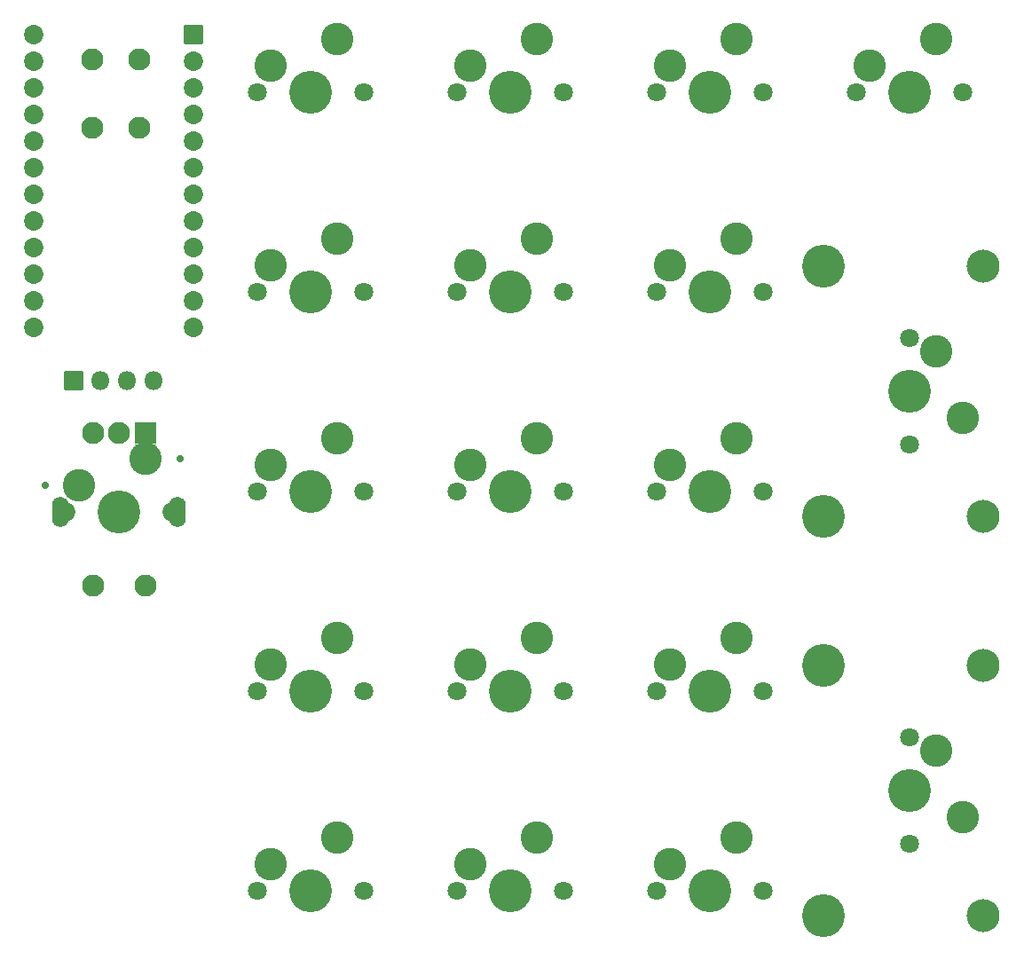
<source format=gts>
G04 #@! TF.GenerationSoftware,KiCad,Pcbnew,(6.0.0)*
G04 #@! TF.CreationDate,2023-01-06T10:55:49+07:00*
G04 #@! TF.ProjectId,yampad_v2,79616d70-6164-45f7-9632-2e6b69636164,2.0*
G04 #@! TF.SameCoordinates,Original*
G04 #@! TF.FileFunction,Soldermask,Top*
G04 #@! TF.FilePolarity,Negative*
%FSLAX46Y46*%
G04 Gerber Fmt 4.6, Leading zero omitted, Abs format (unit mm)*
G04 Created by KiCad (PCBNEW (6.0.0)) date 2023-01-06 10:55:49*
%MOMM*%
%LPD*%
G01*
G04 APERTURE LIST*
G04 Aperture macros list*
%AMRoundRect*
0 Rectangle with rounded corners*
0 $1 Rounding radius*
0 $2 $3 $4 $5 $6 $7 $8 $9 X,Y pos of 4 corners*
0 Add a 4 corners polygon primitive as box body*
4,1,4,$2,$3,$4,$5,$6,$7,$8,$9,$2,$3,0*
0 Add four circle primitives for the rounded corners*
1,1,$1+$1,$2,$3*
1,1,$1+$1,$4,$5*
1,1,$1+$1,$6,$7*
1,1,$1+$1,$8,$9*
0 Add four rect primitives between the rounded corners*
20,1,$1+$1,$2,$3,$4,$5,0*
20,1,$1+$1,$4,$5,$6,$7,0*
20,1,$1+$1,$6,$7,$8,$9,0*
20,1,$1+$1,$8,$9,$2,$3,0*%
G04 Aperture macros list end*
%ADD10RoundRect,0.051000X0.850000X-0.850000X0.850000X0.850000X-0.850000X0.850000X-0.850000X-0.850000X0*%
%ADD11O,1.802000X1.802000*%
%ADD12C,1.803800*%
%ADD13C,3.102000*%
%ADD14C,4.089800*%
%ADD15C,3.150000*%
%ADD16O,1.602000X2.902000*%
%ADD17C,1.852000*%
%ADD18RoundRect,0.051000X-1.000000X1.000000X-1.000000X-1.000000X1.000000X-1.000000X1.000000X1.000000X0*%
%ADD19C,2.102000*%
%ADD20C,0.702000*%
%ADD21RoundRect,0.051000X-0.876300X0.876300X-0.876300X-0.876300X0.876300X-0.876300X0.876300X0.876300X0*%
%ADD22C,1.854600*%
G04 APERTURE END LIST*
D10*
X71374000Y-97663000D03*
D11*
X73914000Y-97663000D03*
X76454000Y-97663000D03*
X78994000Y-97663000D03*
D12*
X99060000Y-146304000D03*
D13*
X90170000Y-143764000D03*
D12*
X88900000Y-146304000D03*
D13*
X96520000Y-141224000D03*
D14*
X93980000Y-146304000D03*
X113030000Y-146304000D03*
D12*
X107950000Y-146304000D03*
X118110000Y-146304000D03*
D13*
X109220000Y-143764000D03*
X115570000Y-141224000D03*
D15*
X158115000Y-124841000D03*
D12*
X151130000Y-131699000D03*
D13*
X153670000Y-132969000D03*
D14*
X151130000Y-136779000D03*
X142875000Y-148717000D03*
D12*
X151130000Y-141859000D03*
D13*
X156210000Y-139319000D03*
D14*
X142875000Y-124841000D03*
D15*
X158115000Y-148717000D03*
D12*
X118110000Y-70104000D03*
X107950000Y-70104000D03*
D13*
X115570000Y-65024000D03*
X109220000Y-67564000D03*
D14*
X113030000Y-70104000D03*
D13*
X153670000Y-65024000D03*
X147320000Y-67564000D03*
D14*
X151130000Y-70104000D03*
D12*
X156210000Y-70104000D03*
X146050000Y-70104000D03*
D14*
X93980000Y-89154000D03*
D13*
X96520000Y-84074000D03*
D12*
X88900000Y-89154000D03*
X99060000Y-89154000D03*
D13*
X90170000Y-86614000D03*
X109220000Y-86614000D03*
D14*
X113030000Y-89154000D03*
D12*
X118110000Y-89154000D03*
D13*
X115570000Y-84074000D03*
D12*
X107950000Y-89154000D03*
D14*
X132080000Y-89154000D03*
D13*
X134620000Y-84074000D03*
D12*
X137160000Y-89154000D03*
X127000000Y-89154000D03*
D13*
X128270000Y-86614000D03*
X90170000Y-105664000D03*
D12*
X99060000Y-108204000D03*
D14*
X93980000Y-108204000D03*
D12*
X88900000Y-108204000D03*
D13*
X96520000Y-103124000D03*
D14*
X113030000Y-108204000D03*
D13*
X115570000Y-103124000D03*
X109220000Y-105664000D03*
D12*
X118110000Y-108204000D03*
X107950000Y-108204000D03*
D13*
X134620000Y-103124000D03*
D14*
X132080000Y-108204000D03*
D12*
X127000000Y-108204000D03*
D13*
X128270000Y-105664000D03*
D12*
X137160000Y-108204000D03*
D13*
X90170000Y-124714000D03*
D12*
X88900000Y-127254000D03*
D13*
X96520000Y-122174000D03*
D12*
X99060000Y-127254000D03*
D14*
X93980000Y-127254000D03*
D13*
X115570000Y-122174000D03*
D12*
X107950000Y-127254000D03*
X118110000Y-127254000D03*
D13*
X109220000Y-124714000D03*
D14*
X113030000Y-127254000D03*
D12*
X127000000Y-127254000D03*
X137160000Y-127254000D03*
D13*
X128270000Y-124714000D03*
X134620000Y-122174000D03*
D14*
X132080000Y-127254000D03*
D13*
X134620000Y-141224000D03*
D12*
X127000000Y-146304000D03*
D13*
X128270000Y-143764000D03*
D12*
X137160000Y-146304000D03*
D14*
X132080000Y-146304000D03*
D12*
X99060000Y-70104000D03*
X88900000Y-70104000D03*
D14*
X93980000Y-70104000D03*
D13*
X96520000Y-65024000D03*
X90170000Y-67564000D03*
D14*
X132080000Y-70104000D03*
D13*
X128270000Y-67564000D03*
X134620000Y-65024000D03*
D12*
X127000000Y-70104000D03*
X137160000Y-70104000D03*
D14*
X142875000Y-86741000D03*
D15*
X158115000Y-86741000D03*
D14*
X151130000Y-98679000D03*
D12*
X151130000Y-93599000D03*
D15*
X158115000Y-110617000D03*
D13*
X156210000Y-101219000D03*
X153670000Y-94869000D03*
D12*
X151130000Y-103759000D03*
D14*
X142875000Y-110617000D03*
X75680000Y-110190000D03*
D13*
X78220000Y-105110000D03*
D16*
X70080000Y-110190000D03*
D17*
X70600000Y-110190000D03*
X80760000Y-110190000D03*
D13*
X71870000Y-107650000D03*
D16*
X81280000Y-110190000D03*
D18*
X78180000Y-102690000D03*
D19*
X73180000Y-102690000D03*
X75680000Y-102690000D03*
D20*
X68595000Y-107650000D03*
D19*
X73180000Y-117190000D03*
D20*
X81522000Y-105110000D03*
D19*
X78180000Y-117190000D03*
D21*
X82804000Y-64643000D03*
D22*
X82804000Y-67183000D03*
X82804000Y-69723000D03*
X82804000Y-72263000D03*
X82804000Y-74803000D03*
X82804000Y-77343000D03*
X82804000Y-79883000D03*
X82804000Y-82423000D03*
X82804000Y-84963000D03*
X82804000Y-87503000D03*
X82804000Y-90043000D03*
X82804000Y-92583000D03*
X67564000Y-92583000D03*
X67564000Y-90043000D03*
X67564000Y-87503000D03*
X67564000Y-84963000D03*
X67564000Y-82423000D03*
X67564000Y-79883000D03*
X67564000Y-77343000D03*
X67564000Y-74803000D03*
X67564000Y-72263000D03*
X67564000Y-69723000D03*
X67564000Y-67183000D03*
X67564000Y-64643000D03*
D19*
X77597000Y-67033000D03*
X77597000Y-73533000D03*
X73097000Y-67033000D03*
X73097000Y-73533000D03*
G36*
X79212841Y-103729418D02*
G01*
X79212508Y-103730660D01*
X79202576Y-103745523D01*
X79202448Y-103745695D01*
X79178696Y-103774115D01*
X79170063Y-103842830D01*
X79200063Y-103905539D01*
X79207148Y-103912788D01*
X79256512Y-103959225D01*
X79257089Y-103961140D01*
X79255718Y-103962597D01*
X79253843Y-103962203D01*
X79130473Y-103856836D01*
X78944228Y-103742705D01*
X78943274Y-103740948D01*
X78944319Y-103739242D01*
X78945273Y-103739000D01*
X79179801Y-103739000D01*
X79198738Y-103735233D01*
X79209734Y-103727886D01*
X79211730Y-103727755D01*
X79212841Y-103729418D01*
G37*
G36*
X77180199Y-103739000D02*
G01*
X77494727Y-103739000D01*
X77496459Y-103740000D01*
X77496459Y-103742000D01*
X77495772Y-103742705D01*
X77309527Y-103856836D01*
X77198259Y-103951867D01*
X77196292Y-103952231D01*
X77194993Y-103950710D01*
X77195628Y-103948854D01*
X77199331Y-103945549D01*
X77236072Y-103886490D01*
X77235056Y-103817238D01*
X77196742Y-103759501D01*
X77180430Y-103751666D01*
X77179302Y-103750014D01*
X77179482Y-103749329D01*
X77165528Y-103740005D01*
X77164643Y-103738211D01*
X77165754Y-103736548D01*
X77167029Y-103736380D01*
X77180199Y-103739000D01*
G37*
M02*

</source>
